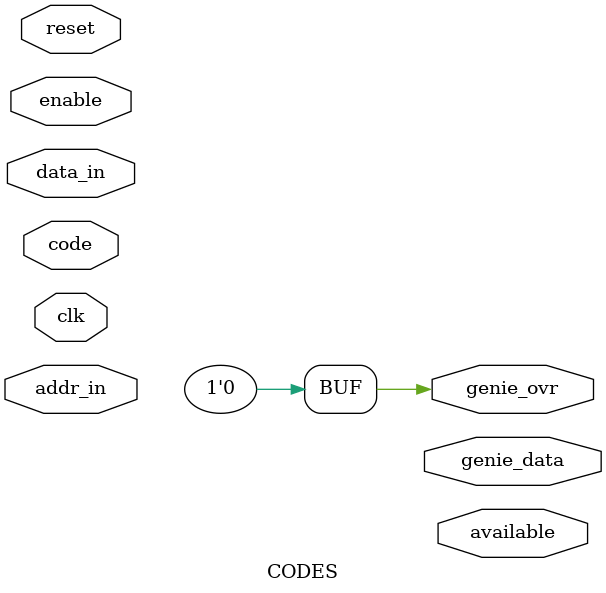
<source format=sv>
module CODES(
	input  clk,        
	input  reset,      
	input  enable,
	output available,
	input  [15:0] addr_in,
	input  [7:0] data_in,
	input  [128:0] code,
	output genie_ovr,
	output [7:0] genie_data
);

assign genie_ovr = 0;

endmodule

</source>
